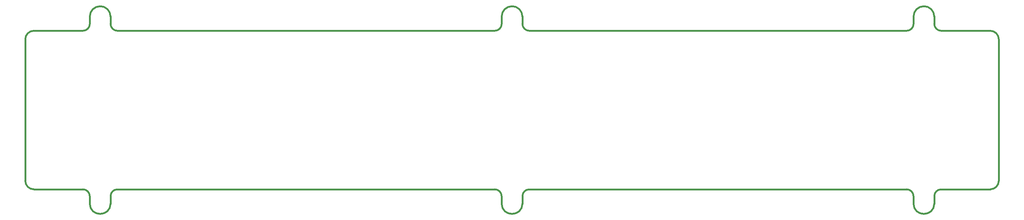
<source format=gbr>
%TF.GenerationSoftware,KiCad,Pcbnew,8.0.2*%
%TF.CreationDate,2025-12-13T11:39:42-08:00*%
%TF.ProjectId,mx-unsaver-frow,6d782d75-6e73-4617-9665-722d66726f77,rev?*%
%TF.SameCoordinates,Original*%
%TF.FileFunction,Profile,NP*%
%FSLAX46Y46*%
G04 Gerber Fmt 4.6, Leading zero omitted, Abs format (unit mm)*
G04 Created by KiCad (PCBNEW 8.0.2) date 2025-12-13 11:39:42*
%MOMM*%
%LPD*%
G01*
G04 APERTURE LIST*
%TA.AperFunction,Profile*%
%ADD10C,0.400000*%
%TD*%
G04 APERTURE END LIST*
D10*
X108775014Y8875036D02*
X196033211Y8875036D01*
X7125000Y10475000D02*
G75*
G02*
X5533211Y8875031I-1599990J0D01*
G01*
X108775014Y-27924986D02*
X108775014Y-27924964D01*
X204025014Y-27924964D02*
X215359179Y-27924964D01*
X11925000Y12166515D02*
X11925000Y10462451D01*
X13525014Y-27924964D02*
X100775014Y-27924964D01*
X108775014Y8875036D02*
G75*
G02*
X107174987Y10462451I86J1600164D01*
G01*
X108775014Y-27924964D02*
X196025014Y-27924964D01*
X11925000Y-31224964D02*
G75*
G02*
X7125000Y-31224964I-2400000J0D01*
G01*
X204025014Y-27924986D02*
X204025014Y-27924964D01*
X-5799886Y-27924964D02*
G75*
G02*
X-7799999Y-25939042I1J2000165D01*
G01*
X107175000Y12166515D02*
X107175000Y10462451D01*
X107175000Y-29525000D02*
G75*
G02*
X108775014Y-27925000I1600000J0D01*
G01*
X197625000Y10475000D02*
G75*
G02*
X196033211Y8875021I-1600000J0D01*
G01*
X102375000Y12175000D02*
G75*
G02*
X107174985Y12166515I2400000J0D01*
G01*
X-5799886Y-27924964D02*
X5525014Y-27924964D01*
X202425000Y12166515D02*
X202425000Y10462451D01*
X215350014Y8875036D02*
G75*
G02*
X217350036Y6875036I-14J-2000036D01*
G01*
X13525014Y-27924986D02*
X13525014Y-27924964D01*
X5525014Y-27924964D02*
G75*
G02*
X7125006Y-29524964I-34J-1600026D01*
G01*
X11925000Y-31224964D02*
X11925000Y-29525000D01*
X197625000Y12175000D02*
G75*
G02*
X202424985Y12166515I2400000J0D01*
G01*
X13525014Y8875036D02*
G75*
G02*
X11924987Y10462451I86J1600164D01*
G01*
X204025014Y8875036D02*
X215350014Y8875036D01*
X202425000Y-29525000D02*
G75*
G02*
X204025014Y-27925000I1600000J0D01*
G01*
X102375000Y10475000D02*
G75*
G02*
X100783211Y8875021I-1600000J0D01*
G01*
X107175000Y-31224964D02*
G75*
G02*
X102375000Y-31224964I-2400000J0D01*
G01*
X196025014Y-27924964D02*
G75*
G02*
X197625036Y-29524964I-14J-1600036D01*
G01*
X202425000Y-31224964D02*
X202425000Y-29525000D01*
X102375000Y12175000D02*
X102375000Y10475000D01*
X7125000Y-31224964D02*
X7125000Y-29524964D01*
X7125000Y12175000D02*
X7125000Y10475000D01*
X197625000Y12175000D02*
X197625000Y10475000D01*
X102375000Y-31224964D02*
X102375000Y-29524964D01*
X217350000Y-25925000D02*
G75*
G02*
X215359179Y-27924979I-2000000J0D01*
G01*
X-7800000Y6875000D02*
G75*
G02*
X-5799986Y8875014I2000016J-2D01*
G01*
X-7800000Y6875000D02*
X-7800000Y-25939042D01*
X11925000Y-29525000D02*
G75*
G02*
X13525014Y-27925000I1600000J0D01*
G01*
X204025014Y8875036D02*
G75*
G02*
X202424987Y10462451I86J1600164D01*
G01*
X197625000Y-31224964D02*
X197625000Y-29524964D01*
X107175000Y-31224964D02*
X107175000Y-29525000D01*
X202425000Y-31224964D02*
G75*
G02*
X197625000Y-31224964I-2400000J0D01*
G01*
X13525014Y8875036D02*
X100783211Y8875036D01*
X217350000Y6875036D02*
X217350000Y-25925000D01*
X7125000Y12175000D02*
G75*
G02*
X11925001Y12166515I2400008J6D01*
G01*
X-5799986Y8875036D02*
X5533211Y8875036D01*
X-5799986Y8875014D02*
X-5799986Y8875036D01*
X100775014Y-27924964D02*
G75*
G02*
X102375036Y-29524964I-14J-1600036D01*
G01*
M02*

</source>
